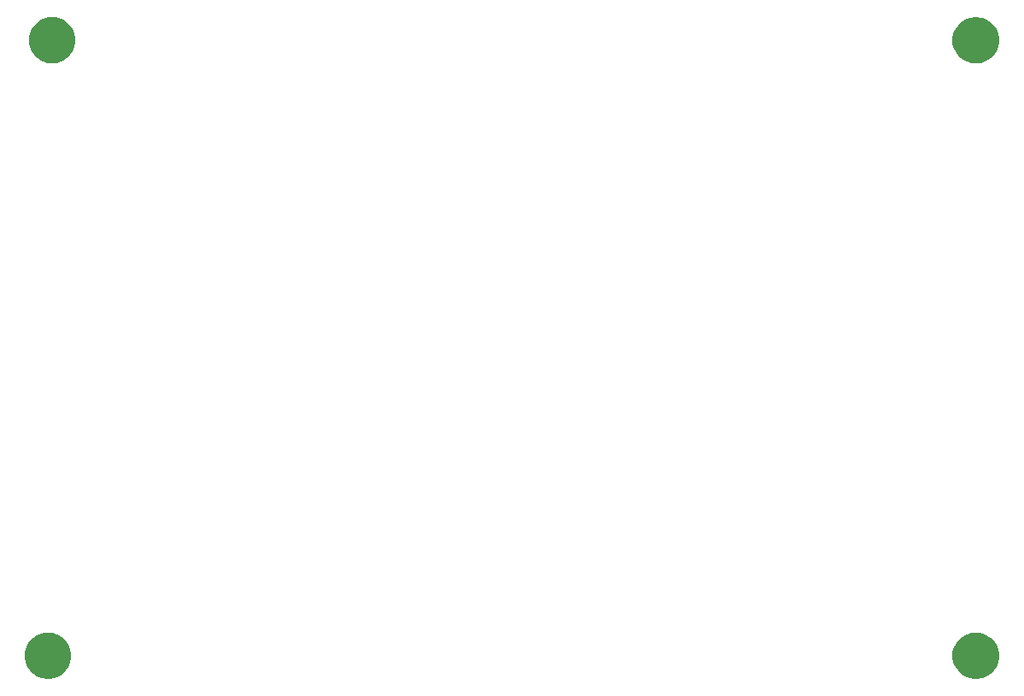
<source format=gbr>
G04 #@! TF.GenerationSoftware,KiCad,Pcbnew,(5.1.2)-2*
G04 #@! TF.CreationDate,2021-08-28T01:22:08-04:00*
G04 #@! TF.ProjectId,MAG_Plus,4d41475f-506c-4757-932e-6b696361645f,rev?*
G04 #@! TF.SameCoordinates,Original*
G04 #@! TF.FileFunction,Soldermask,Bot*
G04 #@! TF.FilePolarity,Negative*
%FSLAX46Y46*%
G04 Gerber Fmt 4.6, Leading zero omitted, Abs format (unit mm)*
G04 Created by KiCad (PCBNEW (5.1.2)-2) date 2021-08-28 01:22:08*
%MOMM*%
%LPD*%
G04 APERTURE LIST*
%ADD10C,0.100000*%
G04 APERTURE END LIST*
D10*
G36*
X151358903Y-105563213D02*
G01*
X151581177Y-105607426D01*
X151999932Y-105780880D01*
X152376802Y-106032696D01*
X152697304Y-106353198D01*
X152949120Y-106730068D01*
X153122574Y-107148823D01*
X153211000Y-107593371D01*
X153211000Y-108046629D01*
X153122574Y-108491177D01*
X152949120Y-108909932D01*
X152697304Y-109286802D01*
X152376802Y-109607304D01*
X151999932Y-109859120D01*
X151581177Y-110032574D01*
X151358903Y-110076787D01*
X151136630Y-110121000D01*
X150683370Y-110121000D01*
X150461097Y-110076787D01*
X150238823Y-110032574D01*
X149820068Y-109859120D01*
X149443198Y-109607304D01*
X149122696Y-109286802D01*
X148870880Y-108909932D01*
X148697426Y-108491177D01*
X148609000Y-108046629D01*
X148609000Y-107593371D01*
X148697426Y-107148823D01*
X148870880Y-106730068D01*
X149122696Y-106353198D01*
X149443198Y-106032696D01*
X149820068Y-105780880D01*
X150238823Y-105607426D01*
X150461097Y-105563213D01*
X150683370Y-105519000D01*
X151136630Y-105519000D01*
X151358903Y-105563213D01*
X151358903Y-105563213D01*
G37*
G36*
X243248903Y-105553213D02*
G01*
X243471177Y-105597426D01*
X243889932Y-105770880D01*
X244266802Y-106022696D01*
X244587304Y-106343198D01*
X244839120Y-106720068D01*
X245012574Y-107138823D01*
X245101000Y-107583371D01*
X245101000Y-108036629D01*
X245012574Y-108481177D01*
X244839120Y-108899932D01*
X244587304Y-109276802D01*
X244266802Y-109597304D01*
X243889932Y-109849120D01*
X243471177Y-110022574D01*
X243248903Y-110066787D01*
X243026630Y-110111000D01*
X242573370Y-110111000D01*
X242351097Y-110066787D01*
X242128823Y-110022574D01*
X241710068Y-109849120D01*
X241333198Y-109597304D01*
X241012696Y-109276802D01*
X240760880Y-108899932D01*
X240587426Y-108481177D01*
X240499000Y-108036629D01*
X240499000Y-107583371D01*
X240587426Y-107138823D01*
X240760880Y-106720068D01*
X241012696Y-106343198D01*
X241333198Y-106022696D01*
X241710068Y-105770880D01*
X242128823Y-105597426D01*
X242351097Y-105553213D01*
X242573370Y-105509000D01*
X243026630Y-105509000D01*
X243248903Y-105553213D01*
X243248903Y-105553213D01*
G37*
G36*
X243248903Y-44553213D02*
G01*
X243471177Y-44597426D01*
X243889932Y-44770880D01*
X244266802Y-45022696D01*
X244587304Y-45343198D01*
X244839120Y-45720068D01*
X245012574Y-46138823D01*
X245101000Y-46583371D01*
X245101000Y-47036629D01*
X245012574Y-47481177D01*
X244839120Y-47899932D01*
X244587304Y-48276802D01*
X244266802Y-48597304D01*
X243889932Y-48849120D01*
X243471177Y-49022574D01*
X243248903Y-49066787D01*
X243026630Y-49111000D01*
X242573370Y-49111000D01*
X242351097Y-49066787D01*
X242128823Y-49022574D01*
X241710068Y-48849120D01*
X241333198Y-48597304D01*
X241012696Y-48276802D01*
X240760880Y-47899932D01*
X240587426Y-47481177D01*
X240499000Y-47036629D01*
X240499000Y-46583371D01*
X240587426Y-46138823D01*
X240760880Y-45720068D01*
X241012696Y-45343198D01*
X241333198Y-45022696D01*
X241710068Y-44770880D01*
X242128823Y-44597426D01*
X242351097Y-44553213D01*
X242573370Y-44509000D01*
X243026630Y-44509000D01*
X243248903Y-44553213D01*
X243248903Y-44553213D01*
G37*
G36*
X151748903Y-44543213D02*
G01*
X151971177Y-44587426D01*
X152389932Y-44760880D01*
X152766802Y-45012696D01*
X153087304Y-45333198D01*
X153339120Y-45710068D01*
X153512574Y-46128823D01*
X153601000Y-46573371D01*
X153601000Y-47026629D01*
X153512574Y-47471177D01*
X153339120Y-47889932D01*
X153087304Y-48266802D01*
X152766802Y-48587304D01*
X152389932Y-48839120D01*
X151971177Y-49012574D01*
X151748903Y-49056787D01*
X151526630Y-49101000D01*
X151073370Y-49101000D01*
X150851097Y-49056787D01*
X150628823Y-49012574D01*
X150210068Y-48839120D01*
X149833198Y-48587304D01*
X149512696Y-48266802D01*
X149260880Y-47889932D01*
X149087426Y-47471177D01*
X148999000Y-47026629D01*
X148999000Y-46573371D01*
X149087426Y-46128823D01*
X149260880Y-45710068D01*
X149512696Y-45333198D01*
X149833198Y-45012696D01*
X150210068Y-44760880D01*
X150628823Y-44587426D01*
X150851097Y-44543213D01*
X151073370Y-44499000D01*
X151526630Y-44499000D01*
X151748903Y-44543213D01*
X151748903Y-44543213D01*
G37*
M02*

</source>
